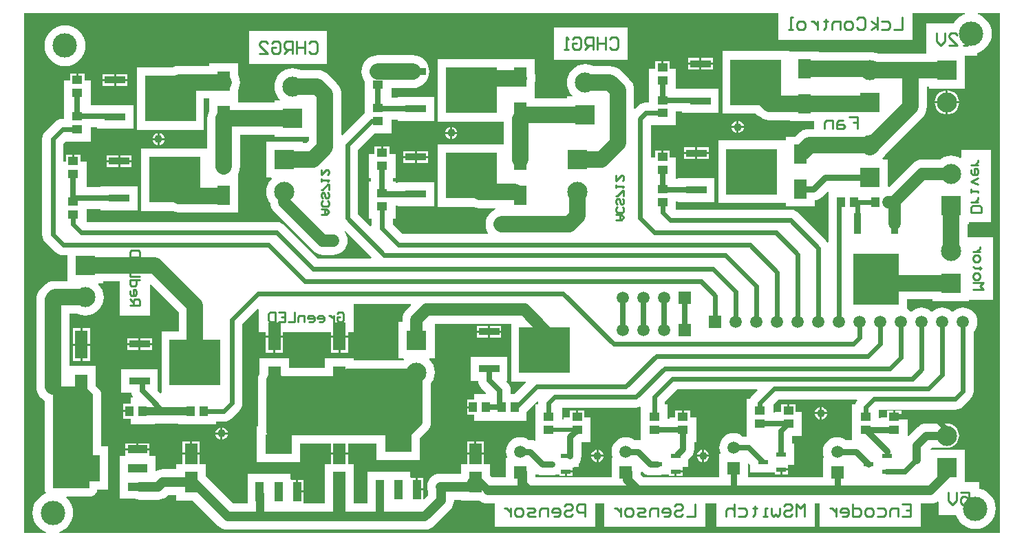
<source format=gtl>
G04*
G04 #@! TF.GenerationSoftware,Altium Limited,Altium Designer,18.0.9 (584)*
G04*
G04 Layer_Physical_Order=1*
G04 Layer_Color=255*
%FSLAX25Y25*%
%MOIN*%
G70*
G01*
G75*
%ADD15C,0.01000*%
%ADD16R,0.04528X0.02362*%
%ADD17R,0.12992X0.09449*%
%ADD18R,0.03937X0.09449*%
%ADD19R,0.05118X0.03937*%
%ADD20R,0.06142X0.09173*%
%ADD21R,0.06299X0.13780*%
%ADD22R,0.06299X0.09843*%
%ADD23R,0.09921X0.03701*%
%ADD24R,0.24528X0.22323*%
%ADD25R,0.03937X0.05118*%
%ADD26R,0.03701X0.09921*%
%ADD27R,0.22323X0.24528*%
%ADD28R,0.09449X0.03937*%
%ADD29R,0.09449X0.12992*%
%ADD51C,0.02362*%
%ADD52C,0.03150*%
%ADD53C,0.07874*%
%ADD54C,0.04724*%
%ADD55C,0.03937*%
%ADD56C,0.02756*%
%ADD57C,0.05906*%
%ADD58C,0.01968*%
%ADD59R,0.09744X0.09744*%
%ADD60C,0.09744*%
%ADD61C,0.05906*%
%ADD62R,0.05906X0.05906*%
%ADD63R,0.05906X0.05906*%
%ADD64C,0.11811*%
%ADD65C,0.03937*%
G36*
X0Y0D02*
X10597D01*
X10671Y500D01*
X9995Y705D01*
X8285Y1619D01*
X6786Y2849D01*
X5556Y4348D01*
X4642Y6058D01*
X4079Y7913D01*
X3889Y9843D01*
X4079Y11772D01*
X4642Y13627D01*
X5556Y15337D01*
X6786Y16836D01*
X8285Y18066D01*
X9995Y18980D01*
X10283Y19067D01*
X10436Y19543D01*
X10341Y19668D01*
X9944Y20626D01*
X9809Y21654D01*
X9809Y64060D01*
X9384Y64288D01*
X8185Y65271D01*
X7201Y66470D01*
X6470Y67838D01*
X6019Y69323D01*
X5867Y70866D01*
Y113189D01*
X6019Y114733D01*
X6470Y116217D01*
X7201Y117585D01*
X8185Y118784D01*
X9248Y119847D01*
X10447Y120831D01*
X11815Y121562D01*
X13299Y122012D01*
X14842Y122164D01*
X20719D01*
Y134601D01*
X18701D01*
X18701Y134601D01*
X17365Y134777D01*
X16120Y135293D01*
X15051Y136114D01*
X10129Y141035D01*
X10129Y141035D01*
X9309Y142104D01*
X8793Y143349D01*
X8617Y144685D01*
X8617Y144685D01*
Y190945D01*
X8793Y192281D01*
X9309Y193526D01*
X10129Y194595D01*
X10129Y194595D01*
X14854Y199320D01*
X15923Y200140D01*
X17168Y200656D01*
X18504Y200832D01*
X18504Y200832D01*
X19094D01*
Y207480D01*
X19094D01*
Y219291D01*
X22031D01*
Y222654D01*
X25091D01*
Y219685D01*
X26090D01*
Y222654D01*
X29150D01*
Y219291D01*
X32087D01*
Y207874D01*
X32087D01*
Y207329D01*
X35039D01*
Y207441D01*
X52835D01*
Y195866D01*
X35039D01*
Y196608D01*
X32087D01*
Y189764D01*
X19899D01*
X18942Y188807D01*
Y179921D01*
X20063D01*
Y183283D01*
X23122D01*
Y180315D01*
X24122D01*
Y183283D01*
X27181D01*
Y179921D01*
X30118D01*
Y168110D01*
X30118D01*
X30200Y167644D01*
X37008D01*
Y168071D01*
X54803D01*
Y156496D01*
X37008D01*
Y156923D01*
X30118D01*
Y154724D01*
Y150832D01*
X122047D01*
X122047Y150832D01*
X123383Y150656D01*
X124628Y150140D01*
X125698Y149320D01*
X125698Y149320D01*
X141902Y133115D01*
X167986D01*
X168178Y133577D01*
X155247Y146507D01*
X154876Y146171D01*
X155363Y145579D01*
X156002Y144382D01*
X156396Y143083D01*
X156529Y141732D01*
X156396Y140382D01*
X156002Y139083D01*
X155363Y137886D01*
X154502Y136837D01*
X153453Y135976D01*
X152256Y135336D01*
X150957Y134942D01*
X149606Y134809D01*
X144685D01*
X143334Y134942D01*
X142036Y135336D01*
X140839Y135976D01*
X139790Y136837D01*
X121089Y155538D01*
X120228Y156587D01*
X119588Y157784D01*
X119194Y159082D01*
X119112Y159922D01*
X118624Y160515D01*
X117806Y162046D01*
X117303Y163706D01*
X117133Y165433D01*
X117303Y167160D01*
X117806Y168820D01*
X118624Y170351D01*
X119725Y171692D01*
X119788Y171744D01*
X119620Y172215D01*
X117175D01*
Y189833D01*
X134793D01*
Y189014D01*
X136486D01*
X137757Y190285D01*
Y192057D01*
X121112D01*
Y192954D01*
X104369D01*
Y177717D01*
X104217Y176173D01*
X103767Y174689D01*
X103465Y174124D01*
Y172146D01*
Y155295D01*
X89449D01*
Y155474D01*
X74803D01*
X73260Y155626D01*
X71775Y156076D01*
X71615Y156161D01*
X56555D01*
Y186358D01*
X88545D01*
Y200787D01*
X88697Y202331D01*
X89147Y203815D01*
X89449Y204380D01*
Y210592D01*
X86988D01*
Y195531D01*
X54587D01*
Y225728D01*
X71615D01*
X71775Y225814D01*
X73260Y226264D01*
X74803Y226416D01*
X89449D01*
Y227579D01*
X103464D01*
Y222097D01*
X103767Y221532D01*
X104217Y220047D01*
X104369Y218504D01*
X104217Y216960D01*
X103767Y215476D01*
X103464Y214911D01*
Y210531D01*
Y208778D01*
X121112D01*
Y209675D01*
X123557D01*
X123725Y210146D01*
X123662Y210198D01*
X122561Y211539D01*
X121743Y213069D01*
X121240Y214730D01*
X121070Y216457D01*
X121240Y218184D01*
X121743Y219844D01*
X122561Y221374D01*
X123662Y222716D01*
X125004Y223817D01*
X126534Y224635D01*
X128194Y225138D01*
X129921Y225308D01*
X131648Y225138D01*
X133309Y224635D01*
X133806Y224369D01*
X141811D01*
X143355Y224217D01*
X144839Y223766D01*
X146207Y223035D01*
X147406Y222051D01*
X151264Y218193D01*
X152248Y216994D01*
X152979Y215626D01*
X153429Y214142D01*
X153581Y212598D01*
Y193031D01*
X154043Y192840D01*
X164460Y203257D01*
X164764Y203490D01*
Y205512D01*
Y211417D01*
Y219126D01*
X164681Y219226D01*
X163950Y220594D01*
X163500Y222078D01*
X163348Y223622D01*
X163500Y225166D01*
X163950Y226650D01*
X164681Y228018D01*
X165665Y229217D01*
X166864Y230201D01*
X168232Y230932D01*
X169716Y231382D01*
X171260Y231534D01*
X188189D01*
X189733Y231382D01*
X191217Y230932D01*
X192585Y230201D01*
X193784Y229217D01*
X194768Y228018D01*
X195499Y226650D01*
X195949Y225166D01*
X196101Y223622D01*
X195949Y222078D01*
X195567Y220819D01*
Y220693D01*
X195529D01*
X195499Y220594D01*
X194768Y219226D01*
X193784Y218027D01*
X192585Y217043D01*
X191217Y216312D01*
X189733Y215862D01*
X188189Y215710D01*
X177756D01*
Y210951D01*
X180709D01*
Y211378D01*
X198504D01*
Y199803D01*
X180709D01*
Y200230D01*
X177756D01*
Y193701D01*
X169505D01*
X161658Y185854D01*
Y154697D01*
X167604Y148751D01*
X168066Y148943D01*
Y152362D01*
X166732D01*
Y158661D01*
Y170472D01*
X167868D01*
Y172047D01*
X166732D01*
Y183858D01*
X169669D01*
Y187221D01*
X172728D01*
Y184252D01*
X173728D01*
Y187221D01*
X176787D01*
Y183858D01*
X179724D01*
Y172047D01*
X178589D01*
Y170472D01*
X179724D01*
Y169811D01*
X180709D01*
Y170039D01*
X198504D01*
Y158465D01*
X180709D01*
Y158693D01*
X179724D01*
Y152362D01*
X178391D01*
Y149776D01*
X183241Y144926D01*
X224339D01*
X224605Y145426D01*
X223989Y146579D01*
X223539Y148063D01*
X223387Y149606D01*
X223539Y151150D01*
X223989Y152634D01*
X224721Y154002D01*
X225705Y155201D01*
X226904Y156185D01*
X228271Y156916D01*
X228357Y156942D01*
X228283Y157442D01*
X220472D01*
X218929Y157594D01*
X217445Y158045D01*
X217285Y158130D01*
X200256D01*
Y188327D01*
X232245D01*
Y199469D01*
X200256D01*
Y229665D01*
X232658D01*
Y229566D01*
X233150Y229547D01*
Y229547D01*
X247165D01*
Y222679D01*
X247366Y222016D01*
X247518Y220472D01*
X247366Y218929D01*
X247165Y218266D01*
Y212500D01*
Y210668D01*
X262844D01*
Y211644D01*
X265289D01*
X265457Y212115D01*
X265394Y212166D01*
X264294Y213508D01*
X263476Y215038D01*
X262972Y216698D01*
X262802Y218425D01*
X262972Y220152D01*
X263476Y221813D01*
X264294Y223343D01*
X265394Y224684D01*
X266736Y225785D01*
X268266Y226603D01*
X269927Y227107D01*
X271654Y227277D01*
X273380Y227107D01*
X275041Y226603D01*
X275538Y226337D01*
X283543D01*
X285087Y226185D01*
X286571Y225735D01*
X287939Y225004D01*
X289138Y224020D01*
X292996Y220162D01*
X293980Y218963D01*
X294711Y217595D01*
X295162Y216110D01*
X295314Y214567D01*
Y205827D01*
X295776Y205635D01*
X297334Y207194D01*
X298403Y208014D01*
X299648Y208530D01*
X300984Y208706D01*
X300984Y208706D01*
X302559D01*
Y213386D01*
Y225197D01*
X305496D01*
Y228559D01*
X308555D01*
Y225590D01*
X309555D01*
Y228559D01*
X312614D01*
Y225197D01*
X315551D01*
Y215203D01*
X318504D01*
Y215315D01*
X336299D01*
Y203740D01*
X318504D01*
Y204482D01*
X315551D01*
Y197638D01*
X303391D01*
Y181890D01*
X305496D01*
Y185252D01*
X308555D01*
Y182283D01*
X309555D01*
Y185252D01*
X312614D01*
Y181890D01*
X315551D01*
Y172441D01*
Y171581D01*
X316535D01*
Y172008D01*
X334331D01*
Y160433D01*
X316535D01*
Y160860D01*
X315551D01*
Y156737D01*
X371063Y156737D01*
X371063Y156737D01*
X372399Y156561D01*
X373644Y156045D01*
X374713Y155225D01*
X374713Y155225D01*
X388296Y141642D01*
X388983Y140746D01*
X389483Y140916D01*
Y159606D01*
X389567Y160241D01*
Y165500D01*
X389105Y165692D01*
X386254Y162841D01*
X385103Y161957D01*
X383762Y161402D01*
X382992Y161300D01*
Y158248D01*
X368976D01*
Y160079D01*
X368484Y160098D01*
X368476Y160098D01*
X358388D01*
X358189Y160072D01*
X357990Y160098D01*
X336083D01*
Y190295D01*
X368476D01*
X368484Y190295D01*
X368976Y190314D01*
Y192146D01*
X373318D01*
X374681Y193508D01*
X375880Y194492D01*
X377248Y195223D01*
X378732Y195674D01*
X380276Y195826D01*
X382611D01*
Y199587D01*
X370945D01*
Y200198D01*
X360787D01*
X359244Y200350D01*
X357760Y200800D01*
X356392Y201532D01*
X355193Y202516D01*
X354303Y203405D01*
X338051D01*
Y233602D01*
X370453D01*
Y233503D01*
X370945Y233484D01*
Y233484D01*
X384961D01*
Y232873D01*
X407262D01*
X407722Y233012D01*
X409449Y233182D01*
X411176Y233012D01*
X412006Y232761D01*
X412410Y232721D01*
X413894Y232271D01*
X413946Y232243D01*
X428334D01*
X429134Y232322D01*
X429933Y232243D01*
X436761D01*
Y247155D01*
X450189D01*
X450438Y247621D01*
X451668Y249119D01*
X453167Y250349D01*
X454877Y251263D01*
X455553Y251468D01*
X455479Y251969D01*
X430134D01*
Y239158D01*
X365278D01*
Y251969D01*
X0D01*
Y0D01*
D02*
G37*
G36*
X461770Y251468D02*
X462446Y251263D01*
X464156Y250349D01*
X465655Y249119D01*
X466885Y247621D01*
X467799Y245911D01*
X468362Y244056D01*
X468552Y242126D01*
X468362Y240196D01*
X467799Y238341D01*
X466885Y236631D01*
X465655Y235133D01*
X464156Y233903D01*
X462446Y232989D01*
X461630Y232741D01*
Y231283D01*
X455659D01*
Y215522D01*
X438041D01*
Y216419D01*
X437046D01*
Y206693D01*
X436894Y205149D01*
X436444Y203665D01*
X435712Y202297D01*
X434729Y201098D01*
X417019Y183388D01*
X416809Y182996D01*
X415708Y181654D01*
X415645Y181603D01*
X415813Y181132D01*
X418258D01*
Y167929D01*
X418758Y167722D01*
X430065Y179029D01*
X431114Y179890D01*
X432311Y180530D01*
X433610Y180924D01*
X434961Y181057D01*
X443369D01*
X443901Y181494D01*
X445432Y182312D01*
X447092Y182816D01*
X448819Y182985D01*
X450546Y182816D01*
X452206Y182312D01*
X453296Y181729D01*
X453724Y181987D01*
Y185637D01*
X468321D01*
Y150575D01*
X457628D01*
Y149734D01*
X456731D01*
Y143513D01*
X469306D01*
Y113173D01*
X457628D01*
Y112333D01*
X440010D01*
Y113230D01*
X427500D01*
Y108649D01*
X428492Y108119D01*
X429280Y107472D01*
X429646Y107305D01*
X430012Y107472D01*
X430799Y108119D01*
X431996Y108758D01*
X433295Y109152D01*
X434646Y109285D01*
X435996Y109152D01*
X437295Y108758D01*
X438492Y108119D01*
X439280Y107472D01*
X439646Y107305D01*
X440012Y107472D01*
X440799Y108119D01*
X441996Y108758D01*
X443295Y109152D01*
X444646Y109285D01*
X445996Y109152D01*
X447295Y108758D01*
X448492Y108119D01*
X449280Y107472D01*
X449646Y107305D01*
X450012Y107472D01*
X450799Y108119D01*
X451996Y108758D01*
X453295Y109152D01*
X454646Y109285D01*
X455996Y109152D01*
X457295Y108758D01*
X458492Y108119D01*
X459541Y107258D01*
X460402Y106209D01*
X461042Y105012D01*
X461436Y103713D01*
X461569Y102362D01*
X461436Y101012D01*
X461042Y99713D01*
X460402Y98516D01*
X459808Y97792D01*
Y68819D01*
X459808Y68819D01*
X459632Y67483D01*
X459116Y66238D01*
X458296Y65169D01*
X454438Y61310D01*
X454438Y61310D01*
X453369Y60490D01*
X452123Y59974D01*
X450787Y59798D01*
X450787Y59798D01*
X413976D01*
Y55559D01*
X414764D01*
Y55905D01*
X417701D01*
Y59268D01*
X420760D01*
Y56299D01*
X421760D01*
Y59268D01*
X424819D01*
Y55905D01*
X427756D01*
Y47091D01*
X428256Y46884D01*
X432733Y51361D01*
X433632Y52099D01*
X434658Y52648D01*
X435772Y52985D01*
X436929Y53099D01*
X446850D01*
X448008Y52985D01*
X449121Y52648D01*
X450147Y52099D01*
X451046Y51361D01*
X451784Y50462D01*
X452333Y49436D01*
X452670Y48323D01*
X452784Y47165D01*
X452670Y46008D01*
X452333Y44894D01*
X451784Y43869D01*
X451046Y42969D01*
X450147Y42231D01*
X449121Y41683D01*
X448008Y41345D01*
X446850Y41231D01*
X439387D01*
X439002Y40846D01*
X439193Y40384D01*
X455659D01*
Y24715D01*
X462614D01*
Y21495D01*
X464415Y20948D01*
X466125Y20034D01*
X467623Y18804D01*
X468853Y17306D01*
X469767Y15596D01*
X470330Y13740D01*
X470520Y11811D01*
X470330Y9882D01*
X469767Y8026D01*
X468853Y6316D01*
X467623Y4818D01*
X466125Y3588D01*
X464415Y2674D01*
X462559Y2111D01*
X460630Y1921D01*
X458701Y2111D01*
X456845Y2674D01*
X455135Y3588D01*
X453637Y4818D01*
X452407Y6316D01*
X451493Y8026D01*
X451245Y8843D01*
X442743D01*
Y14983D01*
X442243Y15273D01*
X441399Y14821D01*
X440211Y14461D01*
X438976Y14340D01*
X434071D01*
Y2937D01*
X385209D01*
Y14340D01*
X382890D01*
Y2937D01*
X335028D01*
Y14340D01*
X329740D01*
Y2937D01*
X280879D01*
Y14340D01*
X276590D01*
Y2937D01*
X227729D01*
Y14340D01*
X224410D01*
X223175Y14461D01*
X221987Y14821D01*
X220893Y15406D01*
X220477Y15748D01*
X211417D01*
Y16111D01*
X208101D01*
Y15748D01*
X207980Y14513D01*
X207620Y13326D01*
X207035Y12231D01*
X206247Y11272D01*
X198373Y3398D01*
X197414Y2611D01*
X196320Y2026D01*
X195133Y1666D01*
X193898Y1544D01*
X98425D01*
X97190Y1666D01*
X96003Y2026D01*
X94909Y2611D01*
X93949Y3398D01*
X81600Y15748D01*
X73622D01*
Y18277D01*
X69551D01*
X69239Y17965D01*
X68280Y17178D01*
X67186Y16593D01*
X65999Y16233D01*
X64764Y16111D01*
X55709D01*
X54474Y16233D01*
X53476Y16535D01*
X46063D01*
Y25591D01*
Y37402D01*
X48575D01*
X49000Y37583D01*
X49000Y37902D01*
Y40051D01*
X54724D01*
X60449D01*
Y37902D01*
X60449Y37583D01*
X60874Y37402D01*
X63386D01*
Y30422D01*
X63886Y30122D01*
X64507Y30454D01*
X65694Y30814D01*
X66929Y30936D01*
X73622D01*
Y33465D01*
X76559D01*
Y37886D01*
X80709D01*
X84858D01*
Y33465D01*
X87795D01*
Y27455D01*
X101047Y14204D01*
X108071D01*
Y28740D01*
X128937D01*
Y26228D01*
X129118Y25803D01*
X129437Y25803D01*
X131587D01*
Y20079D01*
X132087D01*
Y19579D01*
X135055D01*
Y14704D01*
X135055Y14354D01*
X135493Y14204D01*
X145636D01*
Y15748D01*
X145472D01*
Y33465D01*
X148409D01*
Y37886D01*
X152559D01*
X156709D01*
Y33465D01*
X159646D01*
Y15748D01*
X159482D01*
Y14204D01*
X166113D01*
Y21063D01*
X166142Y21353D01*
Y29724D01*
X187008D01*
Y27212D01*
X187189Y26787D01*
X189657D01*
Y21063D01*
X190157D01*
Y20563D01*
X193126D01*
Y16707D01*
X193588Y16516D01*
X195442Y18370D01*
Y20309D01*
X195170Y21206D01*
X195048Y22441D01*
X195170Y23676D01*
X195530Y24863D01*
X196115Y25958D01*
X196902Y26917D01*
X197861Y27704D01*
X198956Y28289D01*
X200143Y28649D01*
X201378Y28771D01*
X211417D01*
Y33465D01*
X214354D01*
Y37886D01*
X218504D01*
X222654D01*
Y33465D01*
X225590D01*
Y27880D01*
X226472Y26999D01*
X233268D01*
Y36417D01*
X233521D01*
X233744Y36789D01*
X233750Y36917D01*
X233367Y38177D01*
X233234Y39528D01*
X233367Y40878D01*
X233761Y42177D01*
X234401Y43374D01*
X235262Y44423D01*
X236311Y45284D01*
X237508Y45924D01*
X238807Y46318D01*
X240158Y46451D01*
X241508Y46318D01*
X242807Y45924D01*
X244004Y45284D01*
X244244Y45087D01*
X244921D01*
X246360Y44897D01*
X247025Y44622D01*
X247441Y44900D01*
Y50394D01*
Y62205D01*
X248775D01*
Y62992D01*
X248775Y62992D01*
X248867Y63694D01*
X248394Y63928D01*
X243307Y58841D01*
Y54528D01*
X217717D01*
Y57465D01*
X214354D01*
Y60524D01*
X217323D01*
Y61524D01*
X214354D01*
Y64583D01*
X217717D01*
Y67520D01*
X223458D01*
X223650Y67982D01*
X221249Y70383D01*
X220397Y71493D01*
X219861Y72786D01*
X219725Y73819D01*
X216142D01*
Y85394D01*
X233937D01*
Y73819D01*
X233628D01*
X233437Y73357D01*
X234106Y72688D01*
X234958Y71578D01*
X235493Y70285D01*
X235676Y68898D01*
Y67520D01*
X237385D01*
X242887Y73022D01*
X242696Y73484D01*
X235689D01*
Y101345D01*
X198770D01*
Y84616D01*
X196325D01*
X196157Y84145D01*
X196220Y84094D01*
X197320Y82752D01*
X198138Y81222D01*
X198642Y79562D01*
X198812Y77835D01*
X198642Y76108D01*
X198138Y74447D01*
X197320Y72917D01*
X196879Y72379D01*
Y53740D01*
X196765Y52583D01*
X196427Y51469D01*
X195879Y50443D01*
X195141Y49544D01*
X191535Y45939D01*
Y35236D01*
X170669D01*
Y43273D01*
X156709D01*
Y38886D01*
X152559D01*
X148409D01*
Y43273D01*
X133465D01*
Y34252D01*
X112598D01*
Y51575D01*
X113151D01*
Y74016D01*
X113303Y75559D01*
X113753Y77044D01*
X113976Y77461D01*
Y84842D01*
X128150D01*
Y79950D01*
X145473D01*
Y84842D01*
X159646D01*
Y83769D01*
X183435D01*
X183702Y84094D01*
X183765Y84145D01*
X183596Y84616D01*
X181152D01*
Y102234D01*
X183037D01*
Y103347D01*
X183170Y104697D01*
X183564Y105996D01*
X184204Y107193D01*
X185065Y108242D01*
X187341Y110518D01*
X187150Y110979D01*
X159465D01*
Y97425D01*
X156709D01*
Y95776D01*
X152559D01*
X148409D01*
Y97425D01*
X125213D01*
Y95776D01*
X121063D01*
X116913D01*
Y97425D01*
X113382D01*
Y108381D01*
X112920Y108572D01*
X105556Y101208D01*
Y62992D01*
X105556Y62992D01*
X105380Y61656D01*
X104864Y60411D01*
X104044Y59342D01*
X100107Y55405D01*
X100107Y55405D01*
X99038Y54584D01*
X97793Y54069D01*
X96457Y53893D01*
X96457Y53893D01*
X92716D01*
Y52559D01*
X74606D01*
Y53121D01*
X63189D01*
Y52559D01*
X51378D01*
Y55496D01*
X48016D01*
Y58555D01*
X50984D01*
Y59555D01*
X48016D01*
Y62614D01*
X51378D01*
Y65551D01*
X52390D01*
X52611Y66000D01*
X52444Y66217D01*
X52222Y66753D01*
X51908Y67510D01*
X51855Y67913D01*
X46850D01*
Y79488D01*
X64646D01*
Y68920D01*
X64814Y68751D01*
X64814Y68751D01*
X65898Y67668D01*
X66398Y67875D01*
Y97776D01*
X74765D01*
Y106959D01*
X61303Y120421D01*
X60841Y120230D01*
Y105299D01*
X46244D01*
Y121930D01*
X38337D01*
Y121034D01*
X35892D01*
X35724Y120563D01*
X35787Y120511D01*
X36887Y119170D01*
X37705Y117639D01*
X38209Y115979D01*
X38379Y114252D01*
X38209Y112525D01*
X37705Y110865D01*
X36887Y109334D01*
X35787Y107993D01*
X34445Y106892D01*
X32915Y106074D01*
X31254Y105570D01*
X29528Y105400D01*
X27801Y105570D01*
X26140Y106074D01*
X25643Y106340D01*
X21692D01*
Y80905D01*
X34646D01*
Y71361D01*
X35680Y70326D01*
X36532Y69216D01*
X37068Y67923D01*
X37251Y66535D01*
Y41929D01*
X40551D01*
Y21063D01*
X35351D01*
X35294Y20626D01*
X35287Y20608D01*
X35284Y20589D01*
X35088Y20130D01*
X34897Y19668D01*
X34885Y19653D01*
X34878Y19635D01*
X34570Y19242D01*
X34266Y18846D01*
X34251Y18834D01*
X34239Y18819D01*
X33840Y18519D01*
X33444Y18215D01*
X33426Y18207D01*
X33411Y18196D01*
X32948Y18009D01*
X32486Y17818D01*
X32467Y17815D01*
X32449Y17808D01*
X31953Y17748D01*
X31458Y17683D01*
X20483D01*
X20315Y17212D01*
X20773Y16836D01*
X22003Y15337D01*
X22917Y13627D01*
X23480Y11772D01*
X23670Y9843D01*
X23480Y7913D01*
X22917Y6058D01*
X22003Y4348D01*
X20773Y2849D01*
X19274Y1619D01*
X17564Y705D01*
X16888Y500D01*
X16962Y0D01*
X472441D01*
Y251969D01*
X461844D01*
X461770Y251468D01*
D02*
G37*
G36*
X362795Y62188D02*
Y58314D01*
X363583D01*
Y58858D01*
X366520D01*
Y62221D01*
X369579D01*
Y59252D01*
X370579D01*
Y62221D01*
X373638D01*
Y58858D01*
X376575D01*
Y47047D01*
X371995D01*
Y43307D01*
X372835D01*
Y33071D01*
X370323D01*
X369898Y32890D01*
Y31209D01*
X366634D01*
Y30709D01*
X366134D01*
Y28528D01*
X363370D01*
Y29331D01*
X351575D01*
Y33068D01*
X350856Y33787D01*
X350394Y33596D01*
Y26999D01*
X386811D01*
Y36417D01*
X387065D01*
X387287Y36789D01*
X387293Y36917D01*
X386911Y38177D01*
X386778Y39528D01*
X386911Y40878D01*
X387305Y42177D01*
X387944Y43374D01*
X388805Y44423D01*
X389855Y45284D01*
X391051Y45924D01*
X392350Y46318D01*
X393701Y46451D01*
X395051Y46318D01*
X396350Y45924D01*
X397547Y45284D01*
X397787Y45087D01*
X400984D01*
Y50394D01*
Y62205D01*
X402473D01*
X402494Y62360D01*
X403010Y63605D01*
X403481Y64220D01*
X403235Y64720D01*
X365327D01*
X362795Y62188D01*
D02*
G37*
G36*
X310280Y63807D02*
Y62205D01*
X311614D01*
Y55361D01*
X312402D01*
Y55905D01*
X315339D01*
Y59268D01*
X318398D01*
Y56299D01*
X319398D01*
Y59268D01*
X322457D01*
Y55905D01*
X325394D01*
Y44094D01*
X324457D01*
Y40650D01*
X324268Y39211D01*
X323712Y37870D01*
X322829Y36718D01*
X321654Y35543D01*
Y32087D01*
X319142D01*
X318717Y31905D01*
Y30224D01*
X315453D01*
Y29724D01*
X314953D01*
Y27543D01*
X312189D01*
Y28346D01*
X308641D01*
X308033Y28095D01*
X306594Y27905D01*
X303150D01*
X301711Y28095D01*
X301103Y28346D01*
X300394D01*
Y28640D01*
X300370Y28650D01*
X299219Y29533D01*
X299102Y29650D01*
X298653Y29392D01*
Y28212D01*
X299866Y26999D01*
X336614D01*
Y38386D01*
X336868D01*
X337090Y38757D01*
X337096Y38886D01*
X336714Y40145D01*
X336581Y41496D01*
X336714Y42847D01*
X337108Y44145D01*
X337748Y45342D01*
X338609Y46391D01*
X339658Y47252D01*
X340855Y47892D01*
X342153Y48286D01*
X343504Y48419D01*
X344855Y48286D01*
X346153Y47892D01*
X347350Y47252D01*
X347832Y46857D01*
X349382D01*
X349803Y47047D01*
Y53347D01*
Y65158D01*
X351656D01*
X351829Y65573D01*
X352649Y66642D01*
X352649Y66642D01*
X355186Y69179D01*
X354994Y69641D01*
X316115D01*
X310280Y63807D01*
D02*
G37*
G36*
X297596Y60958D02*
X296260Y60783D01*
X296260Y60783D01*
X260433D01*
Y54964D01*
X261221D01*
Y55905D01*
X264158D01*
Y59268D01*
X267217D01*
Y56299D01*
X268217D01*
Y59268D01*
X271276D01*
Y55905D01*
X274213D01*
Y44094D01*
X269831D01*
Y37205D01*
X269642Y35766D01*
X269086Y34425D01*
X268504Y33666D01*
Y32087D01*
X266318D01*
X265710Y31835D01*
X265567Y31816D01*
Y30224D01*
X262303D01*
Y29724D01*
X261803D01*
Y27543D01*
X259039D01*
Y28346D01*
X257460D01*
X256852Y28095D01*
X255413Y27905D01*
X250984D01*
X249545Y28095D01*
X248937Y28346D01*
X247471D01*
Y26999D01*
X284449D01*
Y36417D01*
X284702D01*
X284925Y36789D01*
X284931Y36917D01*
X284548Y38177D01*
X284416Y39528D01*
X284548Y40878D01*
X284943Y42177D01*
X285582Y43374D01*
X286443Y44423D01*
X287492Y45284D01*
X288689Y45924D01*
X289988Y46318D01*
X291339Y46451D01*
X292689Y46318D01*
X293988Y45924D01*
X295185Y45284D01*
X295425Y45087D01*
X297087D01*
X298122Y44951D01*
X298622Y45375D01*
Y50394D01*
Y60934D01*
X298206Y61211D01*
X297596Y60958D01*
D02*
G37*
G36*
X148819Y74016D02*
X121063D01*
X123031Y47244D01*
X184055D01*
X190945Y54134D01*
Y76850D01*
X153465D01*
X152559Y77756D01*
X148819Y74016D01*
D02*
G37*
G36*
X13780Y21654D02*
X31458D01*
X31890Y66535D01*
X27559Y70866D01*
X13780D01*
X13780Y21654D01*
D02*
G37*
%LPC*%
G36*
X256473Y245187D02*
X292339D01*
Y229315D01*
X256473D01*
Y245187D01*
D02*
G37*
G36*
X321441Y230331D02*
X326902D01*
Y227980D01*
X321441D01*
Y230331D01*
D02*
G37*
G36*
X327902D02*
X333362D01*
Y227980D01*
X327902D01*
Y230331D01*
D02*
G37*
G36*
X108804Y243218D02*
X146669D01*
Y227346D01*
X108804D01*
Y243218D01*
D02*
G37*
G36*
X19685Y246111D02*
X21614Y245921D01*
X23470Y245358D01*
X25180Y244444D01*
X26678Y243214D01*
X27908Y241715D01*
X28822Y240005D01*
X29385Y238150D01*
X29575Y236221D01*
X29385Y234291D01*
X28822Y232436D01*
X27908Y230726D01*
X26678Y229227D01*
X25180Y227997D01*
X23470Y227083D01*
X21614Y226520D01*
X19685Y226330D01*
X17756Y226520D01*
X15900Y227083D01*
X14190Y227997D01*
X12692Y229227D01*
X11462Y230726D01*
X10548Y232436D01*
X9985Y234291D01*
X9795Y236221D01*
X9985Y238150D01*
X10548Y240005D01*
X11462Y241715D01*
X12692Y243214D01*
X14190Y244444D01*
X15900Y245358D01*
X17756Y245921D01*
X19685Y246111D01*
D02*
G37*
G36*
X321441Y226980D02*
X326902D01*
Y224630D01*
X321441D01*
Y226980D01*
D02*
G37*
G36*
X327902D02*
X333362D01*
Y224630D01*
X327902D01*
Y226980D01*
D02*
G37*
G36*
X37976Y222457D02*
X43437D01*
Y220106D01*
X37976D01*
Y222457D01*
D02*
G37*
G36*
X44437D02*
X49898D01*
Y220106D01*
X44437D01*
Y222457D01*
D02*
G37*
G36*
X37976Y219106D02*
X43437D01*
Y216756D01*
X37976D01*
Y219106D01*
D02*
G37*
G36*
X44437D02*
X49898D01*
Y216756D01*
X44437D01*
Y219106D01*
D02*
G37*
G36*
X344972Y199779D02*
Y197350D01*
X342544D01*
X342580Y197625D01*
X342879Y198347D01*
X343355Y198968D01*
X343975Y199443D01*
X344697Y199742D01*
X344972Y199779D01*
D02*
G37*
G36*
X345972D02*
X346247Y199742D01*
X346970Y199443D01*
X347590Y198968D01*
X348065Y198347D01*
X348364Y197625D01*
X348401Y197350D01*
X345972D01*
Y199779D01*
D02*
G37*
G36*
X206193Y196826D02*
Y194398D01*
X203765D01*
X203801Y194673D01*
X204100Y195395D01*
X204576Y196015D01*
X205196Y196491D01*
X205918Y196790D01*
X206193Y196826D01*
D02*
G37*
G36*
X207193D02*
X207468Y196790D01*
X208190Y196491D01*
X208810Y196015D01*
X209286Y195395D01*
X209585Y194673D01*
X209621Y194398D01*
X207193D01*
Y196826D01*
D02*
G37*
G36*
X342544Y196350D02*
X344972D01*
Y193922D01*
X344697Y193958D01*
X343975Y194257D01*
X343355Y194733D01*
X342879Y195353D01*
X342580Y196075D01*
X342544Y196350D01*
D02*
G37*
G36*
X345972D02*
X348401D01*
X348364Y196075D01*
X348065Y195353D01*
X347590Y194733D01*
X346970Y194257D01*
X346247Y193958D01*
X345972Y193922D01*
Y196350D01*
D02*
G37*
G36*
X64461Y193873D02*
Y191445D01*
X62032D01*
X62068Y191720D01*
X62368Y192442D01*
X62844Y193062D01*
X63464Y193538D01*
X64186Y193837D01*
X64461Y193873D01*
D02*
G37*
G36*
X65461D02*
X65736Y193837D01*
X66458Y193538D01*
X67078Y193062D01*
X67554Y192442D01*
X67853Y191720D01*
X67889Y191445D01*
X65461D01*
Y193873D01*
D02*
G37*
G36*
X203765Y193398D02*
X206193D01*
Y190969D01*
X205918Y191006D01*
X205196Y191305D01*
X204576Y191780D01*
X204100Y192401D01*
X203801Y193123D01*
X203765Y193398D01*
D02*
G37*
G36*
X207193D02*
X209621D01*
X209585Y193123D01*
X209286Y192401D01*
X208810Y191780D01*
X208190Y191305D01*
X207468Y191006D01*
X207193Y190969D01*
Y193398D01*
D02*
G37*
G36*
X62032Y190445D02*
X64461D01*
Y188017D01*
X64186Y188053D01*
X63464Y188352D01*
X62844Y188828D01*
X62368Y189448D01*
X62068Y190170D01*
X62032Y190445D01*
D02*
G37*
G36*
X65461D02*
X67889D01*
X67853Y190170D01*
X67554Y189448D01*
X67078Y188828D01*
X66458Y188352D01*
X65736Y188053D01*
X65461Y188017D01*
Y190445D01*
D02*
G37*
G36*
X319472Y187024D02*
X324933D01*
Y184673D01*
X319472D01*
Y187024D01*
D02*
G37*
G36*
X325933D02*
X331394D01*
Y184673D01*
X325933D01*
Y187024D01*
D02*
G37*
G36*
X183646Y185055D02*
X189106D01*
Y182705D01*
X183646D01*
Y185055D01*
D02*
G37*
G36*
X190106D02*
X195567D01*
Y182705D01*
X190106D01*
Y185055D01*
D02*
G37*
G36*
X319472Y183673D02*
X324933D01*
Y181323D01*
X319472D01*
Y183673D01*
D02*
G37*
G36*
X325933D02*
X331394D01*
Y181323D01*
X325933D01*
Y183673D01*
D02*
G37*
G36*
X39945Y183087D02*
X45406D01*
Y180736D01*
X39945D01*
Y183087D01*
D02*
G37*
G36*
X46406D02*
X51866D01*
Y180736D01*
X46406D01*
Y183087D01*
D02*
G37*
G36*
X183646Y181705D02*
X189106D01*
Y179354D01*
X183646D01*
Y181705D01*
D02*
G37*
G36*
X190106D02*
X195567D01*
Y179354D01*
X190106D01*
Y181705D01*
D02*
G37*
G36*
X39945Y179736D02*
X45406D01*
Y177386D01*
X39945D01*
Y179736D01*
D02*
G37*
G36*
X46406D02*
X51866D01*
Y177386D01*
X46406D01*
Y179736D01*
D02*
G37*
G36*
X446350Y214591D02*
Y209240D01*
X440999D01*
X441063Y209891D01*
X441399Y210998D01*
X441944Y212018D01*
X442678Y212912D01*
X443572Y213646D01*
X444592Y214191D01*
X445699Y214527D01*
X446350Y214591D01*
D02*
G37*
G36*
X447350D02*
X448001Y214527D01*
X449108Y214191D01*
X450129Y213646D01*
X451023Y212912D01*
X451756Y212018D01*
X452302Y210998D01*
X452637Y209891D01*
X452702Y209240D01*
X447350D01*
Y214591D01*
D02*
G37*
G36*
Y208240D02*
X452702D01*
X452637Y207589D01*
X452302Y206482D01*
X451756Y205462D01*
X451023Y204568D01*
X450129Y203834D01*
X449108Y203289D01*
X448001Y202953D01*
X447350Y202889D01*
Y208240D01*
D02*
G37*
G36*
X440999D02*
X446350D01*
Y202889D01*
X445699Y202953D01*
X444592Y203289D01*
X443572Y203834D01*
X442678Y204568D01*
X441944Y205462D01*
X441399Y206482D01*
X441063Y207589D01*
X440999Y208240D01*
D02*
G37*
G36*
X219079Y100409D02*
X224539D01*
Y98059D01*
X219079D01*
Y100409D01*
D02*
G37*
G36*
X225539D02*
X231000D01*
Y98059D01*
X225539D01*
Y100409D01*
D02*
G37*
G36*
X219079Y97059D02*
X224539D01*
Y94709D01*
X219079D01*
Y97059D01*
D02*
G37*
G36*
X225539D02*
X231000D01*
Y94709D01*
X225539D01*
Y97059D01*
D02*
G37*
G36*
X49787Y94504D02*
X55248D01*
Y92154D01*
X49787D01*
Y94504D01*
D02*
G37*
G36*
X56248D02*
X61709D01*
Y92154D01*
X56248D01*
Y94504D01*
D02*
G37*
G36*
X23410Y99228D02*
X27059D01*
Y91839D01*
X23410D01*
Y99228D01*
D02*
G37*
G36*
X28059D02*
X31709D01*
Y91839D01*
X28059D01*
Y99228D01*
D02*
G37*
G36*
X49787Y91154D02*
X55248D01*
Y88803D01*
X49787D01*
Y91154D01*
D02*
G37*
G36*
X56248D02*
X61709D01*
Y88803D01*
X56248D01*
Y91154D01*
D02*
G37*
G36*
X116913Y94776D02*
X120563D01*
Y87386D01*
X116913D01*
Y94776D01*
D02*
G37*
G36*
X121563D02*
X125213D01*
Y87386D01*
X121563D01*
Y94776D01*
D02*
G37*
G36*
X148409Y94776D02*
X152059D01*
Y87386D01*
X148409D01*
Y94776D01*
D02*
G37*
G36*
X153059D02*
X156709D01*
Y87386D01*
X153059D01*
Y94776D01*
D02*
G37*
G36*
X23410Y90839D02*
X27059D01*
Y83449D01*
X23410D01*
Y90839D01*
D02*
G37*
G36*
X28059D02*
X31709D01*
Y83449D01*
X28059D01*
Y90839D01*
D02*
G37*
G36*
X94972Y51157D02*
Y48728D01*
X92544D01*
X92580Y49003D01*
X92879Y49725D01*
X93355Y50345D01*
X93975Y50821D01*
X94697Y51120D01*
X94972Y51157D01*
D02*
G37*
G36*
X95972D02*
X96247Y51120D01*
X96969Y50821D01*
X97590Y50345D01*
X98065Y49725D01*
X98365Y49003D01*
X98401Y48728D01*
X95972D01*
Y51157D01*
D02*
G37*
G36*
X92544Y47728D02*
X94972D01*
Y45300D01*
X94697Y45336D01*
X93975Y45635D01*
X93355Y46111D01*
X92879Y46731D01*
X92580Y47453D01*
X92544Y47728D01*
D02*
G37*
G36*
X95972D02*
X98401D01*
X98365Y47453D01*
X98065Y46731D01*
X97590Y46111D01*
X96969Y45635D01*
X96247Y45336D01*
X95972Y45300D01*
Y47728D01*
D02*
G37*
G36*
X49000Y43520D02*
X54224D01*
Y41051D01*
X49000D01*
Y43520D01*
D02*
G37*
G36*
X55224D02*
X60449D01*
Y41051D01*
X55224D01*
Y43520D01*
D02*
G37*
G36*
X76559Y44307D02*
X80209D01*
Y38886D01*
X76559D01*
Y44307D01*
D02*
G37*
G36*
X214354D02*
X218004D01*
Y38886D01*
X214354D01*
Y44307D01*
D02*
G37*
G36*
X81209D02*
X84858D01*
Y38886D01*
X81209D01*
Y44307D01*
D02*
G37*
G36*
X219004D02*
X222654D01*
Y38886D01*
X219004D01*
Y44307D01*
D02*
G37*
G36*
X190657Y26787D02*
X193126D01*
Y21563D01*
X190657D01*
Y26787D01*
D02*
G37*
G36*
X132587Y25803D02*
X135055D01*
Y20579D01*
X132587D01*
Y25803D01*
D02*
G37*
G36*
X385327Y60999D02*
Y58571D01*
X382898D01*
X382935Y58846D01*
X383234Y59568D01*
X383710Y60188D01*
X384330Y60664D01*
X385052Y60963D01*
X385327Y60999D01*
D02*
G37*
G36*
X386327D02*
X386602Y60963D01*
X387324Y60664D01*
X387944Y60188D01*
X388420Y59568D01*
X388719Y58846D01*
X388755Y58571D01*
X386327D01*
Y60999D01*
D02*
G37*
G36*
X382898Y57571D02*
X385327D01*
Y55143D01*
X385052Y55179D01*
X384330Y55478D01*
X383710Y55954D01*
X383234Y56574D01*
X382935Y57296D01*
X382898Y57571D01*
D02*
G37*
G36*
X386327D02*
X388755D01*
X388719Y57296D01*
X388420Y56574D01*
X387944Y55954D01*
X387324Y55478D01*
X386602Y55179D01*
X386327Y55143D01*
Y57571D01*
D02*
G37*
G36*
X367134Y30209D02*
X369898D01*
Y28528D01*
X367134D01*
Y30209D01*
D02*
G37*
G36*
X328240Y40330D02*
Y37902D01*
X325812D01*
X325848Y38177D01*
X326147Y38899D01*
X326623Y39519D01*
X327243Y39995D01*
X327965Y40294D01*
X328240Y40330D01*
D02*
G37*
G36*
X329240D02*
X329515Y40294D01*
X330237Y39995D01*
X330857Y39519D01*
X331333Y38899D01*
X331632Y38177D01*
X331668Y37902D01*
X329240D01*
Y40330D01*
D02*
G37*
G36*
X325812Y36902D02*
X328240D01*
Y34473D01*
X327965Y34510D01*
X327243Y34809D01*
X326623Y35284D01*
X326147Y35904D01*
X325848Y36627D01*
X325812Y36902D01*
D02*
G37*
G36*
X329240D02*
X331668D01*
X331632Y36627D01*
X331333Y35904D01*
X330857Y35284D01*
X330237Y34809D01*
X329515Y34510D01*
X329240Y34473D01*
Y36902D01*
D02*
G37*
G36*
X315953Y29224D02*
X318717D01*
Y27543D01*
X315953D01*
Y29224D01*
D02*
G37*
G36*
X277059Y40330D02*
Y37902D01*
X274631D01*
X274667Y38177D01*
X274966Y38899D01*
X275442Y39519D01*
X276062Y39995D01*
X276784Y40294D01*
X277059Y40330D01*
D02*
G37*
G36*
X278059D02*
X278334Y40294D01*
X279056Y39995D01*
X279676Y39519D01*
X280152Y38899D01*
X280451Y38177D01*
X280487Y37902D01*
X278059D01*
Y40330D01*
D02*
G37*
G36*
X274631Y36902D02*
X277059D01*
Y34473D01*
X276784Y34510D01*
X276062Y34809D01*
X275442Y35284D01*
X274966Y35904D01*
X274667Y36627D01*
X274631Y36902D01*
D02*
G37*
G36*
X278059D02*
X280487D01*
X280451Y36627D01*
X280152Y35904D01*
X279676Y35284D01*
X279056Y34809D01*
X278334Y34510D01*
X278059Y34473D01*
Y36902D01*
D02*
G37*
G36*
X262803Y29224D02*
X265567D01*
Y27543D01*
X262803D01*
Y29224D01*
D02*
G37*
%LPD*%
D15*
X459646Y118110D02*
X464368D01*
X462794Y119685D01*
X464368Y121259D01*
X459646D01*
Y123620D02*
Y125195D01*
X460433Y125982D01*
X462007D01*
X462794Y125195D01*
Y123620D01*
X462007Y122833D01*
X460433D01*
X459646Y123620D01*
X463581Y128343D02*
X462794D01*
Y127556D01*
Y129130D01*
Y128343D01*
X460433D01*
X459646Y129130D01*
Y132279D02*
Y133853D01*
X460433Y134640D01*
X462007D01*
X462794Y133853D01*
Y132279D01*
X462007Y131492D01*
X460433D01*
X459646Y132279D01*
X462794Y136215D02*
X459646D01*
X461220D01*
X462007Y137002D01*
X462794Y137789D01*
Y138576D01*
X463384Y155512D02*
X458661D01*
Y157873D01*
X459449Y158660D01*
X462597D01*
X463384Y157873D01*
Y155512D01*
X461810Y160235D02*
X458661D01*
X460236D01*
X461023Y161022D01*
X461810Y161809D01*
Y162596D01*
X458661Y164958D02*
Y166532D01*
Y165745D01*
X461810D01*
Y164958D01*
Y168893D02*
X458661Y170468D01*
X461810Y172042D01*
X458661Y175978D02*
Y174403D01*
X459449Y173616D01*
X461023D01*
X461810Y174403D01*
Y175978D01*
X461023Y176765D01*
X460236D01*
Y173616D01*
X461810Y178339D02*
X458661D01*
X460236D01*
X461023Y179126D01*
X461810Y179913D01*
Y180701D01*
X453678Y19778D02*
X457677D01*
Y16779D01*
X455678Y17778D01*
X454678D01*
X453678Y16779D01*
Y14779D01*
X454678Y13780D01*
X456677D01*
X457677Y14779D01*
X451679Y19778D02*
Y15779D01*
X449680Y13780D01*
X447680Y15779D01*
Y19778D01*
X456693Y236221D02*
X454694D01*
X455693D01*
Y242218D01*
X456693Y241219D01*
X447696Y236221D02*
X451694D01*
X447696Y240219D01*
Y241219D01*
X448696Y242218D01*
X450695D01*
X451694Y241219D01*
X445696Y242218D02*
Y238220D01*
X443697Y236221D01*
X441698Y238220D01*
Y242218D01*
X143701Y154528D02*
X146325D01*
X147636Y155840D01*
X146325Y157151D01*
X143701D01*
X145669D01*
Y154528D01*
X146981Y161087D02*
X147636Y160431D01*
Y159119D01*
X146981Y158463D01*
X144357D01*
X143701Y159119D01*
Y160431D01*
X144357Y161087D01*
X146981Y165023D02*
X147636Y164367D01*
Y163055D01*
X146981Y162399D01*
X146325D01*
X145669Y163055D01*
Y164367D01*
X145013Y165023D01*
X144357D01*
X143701Y164367D01*
Y163055D01*
X144357Y162399D01*
X147636Y166335D02*
Y168959D01*
X146981D01*
X144357Y166335D01*
X143701D01*
Y170271D02*
Y171582D01*
Y170926D01*
X147636D01*
X146981Y170271D01*
X143701Y176174D02*
Y173550D01*
X146325Y176174D01*
X146981D01*
X147636Y175518D01*
Y174206D01*
X146981Y173550D01*
X137734Y237282D02*
X138733Y238281D01*
X140733D01*
X141732Y237282D01*
Y233283D01*
X140733Y232283D01*
X138733D01*
X137734Y233283D01*
X135734Y238281D02*
Y232283D01*
Y235282D01*
X131736D01*
Y238281D01*
Y232283D01*
X129736D02*
Y238281D01*
X126737D01*
X125737Y237282D01*
Y235282D01*
X126737Y234283D01*
X129736D01*
X127737D02*
X125737Y232283D01*
X119739Y237282D02*
X120739Y238281D01*
X122738D01*
X123738Y237282D01*
Y233283D01*
X122738Y232283D01*
X120739D01*
X119739Y233283D01*
Y235282D01*
X121739D01*
X113741Y232283D02*
X117740D01*
X113741Y236282D01*
Y237282D01*
X114741Y238281D01*
X116740D01*
X117740Y237282D01*
X286417Y151575D02*
X289041D01*
X290353Y152887D01*
X289041Y154199D01*
X286417D01*
X288385D01*
Y151575D01*
X289697Y158134D02*
X290353Y157478D01*
Y156167D01*
X289697Y155510D01*
X287073D01*
X286417Y156167D01*
Y157478D01*
X287073Y158134D01*
X289697Y162070D02*
X290353Y161414D01*
Y160102D01*
X289697Y159446D01*
X289041D01*
X288385Y160102D01*
Y161414D01*
X287729Y162070D01*
X287073D01*
X286417Y161414D01*
Y160102D01*
X287073Y159446D01*
X290353Y163382D02*
Y166006D01*
X289697D01*
X287073Y163382D01*
X286417D01*
Y167318D02*
Y168630D01*
Y167974D01*
X290353D01*
X289697Y167318D01*
X286417Y173221D02*
Y170598D01*
X289041Y173221D01*
X289697D01*
X290353Y172565D01*
Y171254D01*
X289697Y170598D01*
X283403Y239250D02*
X284402Y240250D01*
X286402D01*
X287402Y239250D01*
Y235252D01*
X286402Y234252D01*
X284402D01*
X283403Y235252D01*
X281403Y240250D02*
Y234252D01*
Y237251D01*
X277405D01*
Y240250D01*
Y234252D01*
X275406D02*
Y240250D01*
X272406D01*
X271407Y239250D01*
Y237251D01*
X272406Y236251D01*
X275406D01*
X273406D02*
X271407Y234252D01*
X265409Y239250D02*
X266408Y240250D01*
X268408D01*
X269407Y239250D01*
Y235252D01*
X268408Y234252D01*
X266408D01*
X265409Y235252D01*
Y237251D01*
X267408D01*
X263409Y234252D02*
X261410D01*
X262410D01*
Y240250D01*
X263409Y239250D01*
X399545Y201864D02*
X403543D01*
Y198865D01*
X401544D01*
X403543D01*
Y195866D01*
X396546Y199865D02*
X394546D01*
X393547Y198865D01*
Y195866D01*
X396546D01*
X397545Y196866D01*
X396546Y197865D01*
X393547D01*
X391547Y195866D02*
Y199865D01*
X388548D01*
X387548Y198865D01*
Y195866D01*
X425197Y250093D02*
Y244094D01*
X421198D01*
X415200Y248093D02*
X418199D01*
X419199Y247094D01*
Y245094D01*
X418199Y244094D01*
X415200D01*
X413201D02*
Y250093D01*
Y246094D02*
X410202Y248093D01*
X413201Y246094D02*
X410202Y244094D01*
X403204Y249093D02*
X404204Y250093D01*
X406203D01*
X407203Y249093D01*
Y245094D01*
X406203Y244094D01*
X404204D01*
X403204Y245094D01*
X400205Y244094D02*
X398206D01*
X397206Y245094D01*
Y247094D01*
X398206Y248093D01*
X400205D01*
X401205Y247094D01*
Y245094D01*
X400205Y244094D01*
X395207D02*
Y248093D01*
X392208D01*
X391208Y247094D01*
Y244094D01*
X388209Y249093D02*
Y248093D01*
X389209D01*
X387209D01*
X388209D01*
Y245094D01*
X387209Y244094D01*
X384210Y248093D02*
Y244094D01*
Y246094D01*
X383210Y247094D01*
X382211Y248093D01*
X381211D01*
X377212Y244094D02*
X375213D01*
X374213Y245094D01*
Y247094D01*
X375213Y248093D01*
X377212D01*
X378212Y247094D01*
Y245094D01*
X377212Y244094D01*
X372214D02*
X370215D01*
X371214D01*
Y250093D01*
X372214D01*
X51181Y110236D02*
X55904D01*
Y112598D01*
X55117Y113385D01*
X53543D01*
X52755Y112598D01*
Y110236D01*
Y111811D02*
X51181Y113385D01*
Y117321D02*
Y115746D01*
X51968Y114959D01*
X53543D01*
X54330Y115746D01*
Y117321D01*
X53543Y118108D01*
X52755D01*
Y114959D01*
X55904Y122831D02*
X51181D01*
Y120469D01*
X51968Y119682D01*
X53543D01*
X54330Y120469D01*
Y122831D01*
X55904Y124405D02*
X51181D01*
Y127553D01*
X55904Y132276D02*
Y129128D01*
X51181D01*
Y132276D01*
X53543Y129128D02*
Y130702D01*
X55904Y133851D02*
X51181D01*
Y136212D01*
X51968Y136999D01*
X55117D01*
X55904Y136212D01*
Y133851D01*
X151379Y106298D02*
X152166Y107085D01*
X153740D01*
X154527Y106298D01*
Y103149D01*
X153740Y102362D01*
X152166D01*
X151379Y103149D01*
Y104724D01*
X152953D01*
X149805Y105511D02*
Y102362D01*
Y103937D01*
X149018Y104724D01*
X148230Y105511D01*
X147443D01*
X142720Y102362D02*
X144295D01*
X145082Y103149D01*
Y104724D01*
X144295Y105511D01*
X142720D01*
X141933Y104724D01*
Y103937D01*
X145082D01*
X137997Y102362D02*
X139572D01*
X140359Y103149D01*
Y104724D01*
X139572Y105511D01*
X137997D01*
X137210Y104724D01*
Y103937D01*
X140359D01*
X135636Y102362D02*
Y105511D01*
X133275D01*
X132487Y104724D01*
Y102362D01*
X130913Y107085D02*
Y102362D01*
X127765D01*
X123042Y107085D02*
X126190D01*
Y102362D01*
X123042D01*
X126190Y104724D02*
X124616D01*
X121467Y107085D02*
Y102362D01*
X119106D01*
X118319Y103149D01*
Y106298D01*
X119106Y107085D01*
X121467D01*
X271654Y7874D02*
Y13872D01*
X268654D01*
X267655Y12872D01*
Y10873D01*
X268654Y9873D01*
X271654D01*
X261657Y12872D02*
X262656Y13872D01*
X264656D01*
X265655Y12872D01*
Y11873D01*
X264656Y10873D01*
X262656D01*
X261657Y9873D01*
Y8874D01*
X262656Y7874D01*
X264656D01*
X265655Y8874D01*
X256658Y7874D02*
X258658D01*
X259657Y8874D01*
Y10873D01*
X258658Y11873D01*
X256658D01*
X255659Y10873D01*
Y9873D01*
X259657D01*
X253659Y7874D02*
Y11873D01*
X250660D01*
X249661Y10873D01*
Y7874D01*
X247661D02*
X244662D01*
X243663Y8874D01*
X244662Y9873D01*
X246662D01*
X247661Y10873D01*
X246662Y11873D01*
X243663D01*
X240664Y7874D02*
X238664D01*
X237665Y8874D01*
Y10873D01*
X238664Y11873D01*
X240664D01*
X241663Y10873D01*
Y8874D01*
X240664Y7874D01*
X235665Y11873D02*
Y7874D01*
Y9873D01*
X234665Y10873D01*
X233666Y11873D01*
X232666D01*
X324803Y13872D02*
Y7874D01*
X320804D01*
X314806Y12872D02*
X315806Y13872D01*
X317805D01*
X318805Y12872D01*
Y11873D01*
X317805Y10873D01*
X315806D01*
X314806Y9873D01*
Y8874D01*
X315806Y7874D01*
X317805D01*
X318805Y8874D01*
X309808Y7874D02*
X311807D01*
X312807Y8874D01*
Y10873D01*
X311807Y11873D01*
X309808D01*
X308808Y10873D01*
Y9873D01*
X312807D01*
X306809Y7874D02*
Y11873D01*
X303810D01*
X302810Y10873D01*
Y7874D01*
X300811D02*
X297812D01*
X296812Y8874D01*
X297812Y9873D01*
X299811D01*
X300811Y10873D01*
X299811Y11873D01*
X296812D01*
X293813Y7874D02*
X291814D01*
X290814Y8874D01*
Y10873D01*
X291814Y11873D01*
X293813D01*
X294813Y10873D01*
Y8874D01*
X293813Y7874D01*
X288815Y11873D02*
Y7874D01*
Y9873D01*
X287815Y10873D01*
X286815Y11873D01*
X285816D01*
X377953Y7874D02*
Y13872D01*
X375953Y11873D01*
X373954Y13872D01*
Y7874D01*
X367956Y12872D02*
X368956Y13872D01*
X370955D01*
X371955Y12872D01*
Y11873D01*
X370955Y10873D01*
X368956D01*
X367956Y9873D01*
Y8874D01*
X368956Y7874D01*
X370955D01*
X371955Y8874D01*
X365957Y11873D02*
Y8874D01*
X364957Y7874D01*
X363957Y8874D01*
X362958Y7874D01*
X361958Y8874D01*
Y11873D01*
X359959Y7874D02*
X357959D01*
X358959D01*
Y11873D01*
X359959D01*
X353960Y12872D02*
Y11873D01*
X354960D01*
X352961D01*
X353960D01*
Y8874D01*
X352961Y7874D01*
X345963Y11873D02*
X348962D01*
X349962Y10873D01*
Y8874D01*
X348962Y7874D01*
X345963D01*
X343964Y13872D02*
Y7874D01*
Y10873D01*
X342964Y11873D01*
X340965D01*
X339965Y10873D01*
Y7874D01*
X425135Y13872D02*
X429134D01*
Y7874D01*
X425135D01*
X429134Y10873D02*
X427135D01*
X423136Y7874D02*
Y11873D01*
X420137D01*
X419137Y10873D01*
Y7874D01*
X413139Y11873D02*
X416138D01*
X417138Y10873D01*
Y8874D01*
X416138Y7874D01*
X413139D01*
X410140D02*
X408141D01*
X407141Y8874D01*
Y10873D01*
X408141Y11873D01*
X410140D01*
X411140Y10873D01*
Y8874D01*
X410140Y7874D01*
X401143Y13872D02*
Y7874D01*
X404142D01*
X405142Y8874D01*
Y10873D01*
X404142Y11873D01*
X401143D01*
X396145Y7874D02*
X398144D01*
X399144Y8874D01*
Y10873D01*
X398144Y11873D01*
X396145D01*
X395145Y10873D01*
Y9873D01*
X399144D01*
X393145Y11873D02*
Y7874D01*
Y9873D01*
X392146Y10873D01*
X391146Y11873D01*
X390146D01*
D16*
X366634Y38189D02*
D03*
Y30709D02*
D03*
X357776Y34449D02*
D03*
X417815Y37205D02*
D03*
Y29724D02*
D03*
X408957Y33465D02*
D03*
X262303Y37205D02*
D03*
Y29724D02*
D03*
X253445Y33465D02*
D03*
X315453Y37205D02*
D03*
Y29724D02*
D03*
X306594Y33465D02*
D03*
D17*
X181102Y43898D02*
D03*
X123031Y42913D02*
D03*
D18*
X172047Y21063D02*
D03*
X181102D02*
D03*
X190157D02*
D03*
X132087Y20079D02*
D03*
X123031D02*
D03*
X113976D02*
D03*
D19*
X356299Y52953D02*
D03*
Y59252D02*
D03*
X318898Y50000D02*
D03*
Y56299D02*
D03*
X421260D02*
D03*
Y50000D02*
D03*
X309055Y175984D02*
D03*
Y182283D02*
D03*
Y166535D02*
D03*
Y160236D02*
D03*
X253937Y50000D02*
D03*
Y56299D02*
D03*
X305118Y50000D02*
D03*
Y56299D02*
D03*
X407480Y50000D02*
D03*
Y56299D02*
D03*
X267717Y56299D02*
D03*
Y50000D02*
D03*
X370079Y52953D02*
D03*
Y59252D02*
D03*
X173228Y177953D02*
D03*
Y184252D02*
D03*
X171260Y217323D02*
D03*
Y223622D02*
D03*
X173228Y164567D02*
D03*
Y158268D02*
D03*
X171260Y205906D02*
D03*
Y199606D02*
D03*
X23622Y174016D02*
D03*
Y180315D02*
D03*
X25591Y213386D02*
D03*
Y219685D02*
D03*
X309055Y219291D02*
D03*
Y225590D02*
D03*
X23622Y160630D02*
D03*
Y154331D02*
D03*
X25591Y201969D02*
D03*
Y195669D02*
D03*
X309055Y209842D02*
D03*
Y203543D02*
D03*
D20*
X377953Y208110D02*
D03*
Y224961D02*
D03*
X375984Y166772D02*
D03*
Y183622D02*
D03*
X240158Y180669D02*
D03*
Y163819D02*
D03*
X240158Y204173D02*
D03*
Y221024D02*
D03*
X96457Y180669D02*
D03*
Y163819D02*
D03*
X96457Y202205D02*
D03*
Y219055D02*
D03*
D21*
X27559Y70079D02*
D03*
Y91339D02*
D03*
X121063Y74016D02*
D03*
Y95276D02*
D03*
X152559Y74016D02*
D03*
Y95276D02*
D03*
D22*
X80709Y24606D02*
D03*
Y38386D02*
D03*
X218504Y24606D02*
D03*
Y38386D02*
D03*
X152559Y24606D02*
D03*
Y38386D02*
D03*
D23*
X325433Y166220D02*
D03*
Y184173D02*
D03*
X225039Y79606D02*
D03*
Y97559D02*
D03*
X189606Y164252D02*
D03*
Y182205D02*
D03*
Y205591D02*
D03*
Y223543D02*
D03*
X45906Y162283D02*
D03*
Y180236D02*
D03*
X43937Y201654D02*
D03*
Y219606D02*
D03*
X327402Y209528D02*
D03*
Y227480D02*
D03*
X55748Y73701D02*
D03*
Y91654D02*
D03*
D24*
X352284Y175197D02*
D03*
X251890Y88583D02*
D03*
X216457Y173228D02*
D03*
Y214567D02*
D03*
X72756Y171260D02*
D03*
X70787Y210630D02*
D03*
X354252Y218504D02*
D03*
X82598Y82677D02*
D03*
D25*
X412205Y160433D02*
D03*
X418504D02*
D03*
X401772D02*
D03*
X395472D02*
D03*
X223622Y61024D02*
D03*
X217323D02*
D03*
X231102D02*
D03*
X237402D02*
D03*
X57284Y59055D02*
D03*
X50984D02*
D03*
X80512D02*
D03*
X86811D02*
D03*
D26*
X403425Y149961D02*
D03*
X421378D02*
D03*
D27*
X412402Y123110D02*
D03*
D28*
X54724Y40551D02*
D03*
Y31496D02*
D03*
Y22441D02*
D03*
D29*
X31890Y31496D02*
D03*
D51*
X156496Y152559D02*
Y187992D01*
X174213Y134843D02*
X156496Y152559D01*
X339567Y134843D02*
X174213Y134843D01*
X300984Y203543D02*
X298228Y200787D01*
Y152559D02*
Y200787D01*
X305118Y145669D02*
X298228Y152559D01*
X309055Y203543D02*
X300984D01*
X100394Y62992D02*
Y103347D01*
X113189Y116142D02*
X100394Y103347D01*
X260827Y116142D02*
X113189D01*
X100394Y62992D02*
X96457Y59055D01*
X285433Y91535D02*
X260827Y116142D01*
X395472Y160433D02*
X394646Y159606D01*
Y102362D02*
Y159606D01*
X384646Y102362D02*
Y137992D01*
X371063Y151575D01*
X374646Y102362D02*
Y135197D01*
X364173Y145669D01*
X364646Y126496D02*
X364646Y102362D01*
X364646Y126496D02*
X351378Y139764D01*
X354646Y102362D02*
Y119764D01*
X339567Y134843D01*
X344646Y102362D02*
Y116969D01*
X333661Y127953D01*
X334646Y102362D02*
Y115157D01*
X327756Y122047D01*
X412205Y160433D02*
X401772D01*
X403425Y158780D02*
X401772Y160433D01*
X403425Y149961D02*
Y158780D01*
X333661Y127953D02*
X139764Y127953D01*
X122047Y145669D01*
X27559D01*
X23622Y149606D01*
Y154331D01*
X327756Y122047D02*
X135827Y122047D01*
X118110Y139764D01*
X18701D01*
X13780Y144685D01*
Y190945D01*
X18504Y195669D02*
X13780Y190945D01*
X25591Y195669D02*
X18504D01*
X351378Y139764D02*
X181102Y139764D01*
X173228Y147638D01*
Y158268D01*
X168110Y199606D02*
X156496Y187992D01*
X171260Y199606D02*
X168110D01*
X371063Y151575D02*
X312992Y151575D01*
X309055Y155512D01*
Y160236D01*
X364173Y145669D02*
X305118Y145669D01*
X404646Y94606D02*
Y102362D01*
Y94606D02*
X401575Y91535D01*
X285433D01*
X96457Y59055D02*
X86811D01*
X414646Y91811D02*
Y102362D01*
Y91811D02*
X408465Y85630D01*
X306102D01*
X291339Y70866D01*
X248031D01*
X238189Y61024D01*
X237402D01*
X424646Y85079D02*
Y102362D01*
Y85079D02*
X419291Y79724D01*
X310039D01*
X296260Y65945D01*
X256890D01*
X253937Y62992D01*
Y56299D02*
Y62992D01*
X434646Y79331D02*
Y102362D01*
Y79331D02*
X430118Y74803D01*
X313976D01*
X305118Y65945D01*
Y56299D02*
Y65945D01*
X437992Y69882D02*
X420276D01*
X444646Y76535D02*
X437992Y69882D01*
X363189D02*
X356299Y62992D01*
X420276Y69882D02*
X363189D01*
X444646Y76535D02*
Y102362D01*
X356299Y59252D02*
Y62992D01*
X454646Y68819D02*
Y102362D01*
Y68819D02*
X450787Y64961D01*
X411417D01*
X407480Y61024D01*
Y56299D02*
Y61024D01*
D52*
X417815Y39665D02*
X407480Y50000D01*
X417815Y39370D02*
Y39665D01*
X267717Y50000D02*
X264272Y46555D01*
Y37205D02*
Y46555D01*
X255413Y33465D02*
X250984D01*
X244921Y39528D01*
X240158D01*
X306594Y33465D02*
X303150D01*
X297087Y39528D01*
X291339D01*
X318898Y40650D02*
X316289Y38041D01*
X318898Y40650D02*
Y50000D01*
X393701Y21654D02*
Y29528D01*
X408957Y33465D02*
X402894Y39528D01*
X393701D01*
X421260Y50000D02*
X421260Y50000D01*
X407480D01*
X343504Y21654D02*
Y31496D01*
X416260Y121142D02*
X413386Y124016D01*
X409449Y172323D02*
X387874D01*
X382323Y166772D01*
X375984D01*
X189606Y164252D02*
X174331D01*
D53*
X279449Y181024D02*
X267717D01*
X287402Y188976D02*
X279449Y181024D01*
X287402Y188976D02*
Y214567D01*
X267717Y153543D02*
Y165433D01*
Y153543D02*
X263779Y149606D01*
X231299D01*
X410866Y224961D02*
X378937D01*
X429134Y206693D02*
X409370Y186929D01*
X29528Y114252D02*
X14842D01*
X13780Y113189D01*
Y70866D02*
Y113189D01*
X82677Y83661D02*
Y110236D01*
X63071Y129842D01*
X29528D01*
X121063Y49213D02*
Y74016D01*
X123031Y47244D02*
X121063Y49213D01*
X123031Y42913D02*
Y47244D01*
X448819Y121142D02*
X416260D01*
X380276Y187913D02*
X377185Y184823D01*
X409449Y187913D02*
X380276D01*
X429134Y224331D02*
X409449D01*
X446850D02*
X429134D01*
Y224410D01*
Y206693D02*
Y224331D01*
X448819Y136732D02*
Y158543D01*
X94488Y163386D02*
X74803D01*
X129921Y200866D02*
X96535D01*
X96457Y177717D02*
Y200787D01*
Y218504D02*
X74803D01*
X239606Y220472D02*
X218504D01*
X287402Y214567D02*
X283543Y218425D01*
X271654D01*
Y202756D02*
X241575D01*
X240158Y181102D02*
Y200787D01*
X237638Y165354D02*
X220472D01*
X188189Y223622D02*
X171260D01*
X141811Y216457D02*
X129921D01*
X145669Y212598D02*
X141811Y216457D01*
X145669Y187008D02*
Y212598D01*
Y187008D02*
X139764Y181102D01*
X125984D01*
X409449Y208740D02*
X408819Y208110D01*
X377953D01*
X360787D01*
X354252Y214646D01*
Y218504D01*
X410866Y224961D02*
X410315Y224410D01*
D54*
X241142Y23622D02*
Y29528D01*
X292323Y25591D02*
Y29528D01*
X215551Y22441D02*
X201378D01*
X201772Y15748D02*
Y22047D01*
X64764Y22441D02*
X55709D01*
X66929Y24606D02*
X64764Y22441D01*
X81693Y24606D02*
X66929D01*
X98425Y7874D02*
X81693Y24606D01*
X162402Y7874D02*
X98425D01*
X201772Y15748D02*
X193898Y7874D01*
X162402D01*
X244094Y20669D02*
X224410D01*
X297244D02*
X244094D01*
X241142Y23622D01*
X438976Y20669D02*
X297244D01*
X292323Y25591D01*
X446988Y28681D02*
X438976Y20669D01*
X446988Y28681D02*
Y29594D01*
D55*
X446850Y47165D02*
X436929D01*
X432087Y42323D01*
Y35433D02*
Y42323D01*
X80512Y59055D02*
X57284D01*
X190945Y53740D02*
X181102Y43898D01*
X190945Y53740D02*
Y76850D01*
X189961Y77835D01*
X156378D01*
X152559Y74016D01*
X121063D01*
X172047Y7677D02*
Y21063D01*
X114173Y7874D02*
Y18701D01*
X223425Y21654D02*
X220472Y24606D01*
X216535D01*
D56*
X432087Y35433D02*
X426378Y29724D01*
X417815D01*
X357529Y34695D02*
X350728Y41496D01*
X343504D01*
X370079Y52953D02*
X366634Y49508D01*
Y39370D02*
Y49508D01*
X370079Y52953D02*
X356299D01*
X65945Y60039D02*
X61024Y64961D01*
X61024D02*
X61024D01*
X61024D02*
X57087Y68898D01*
X319882Y98425D02*
Y114173D01*
X309882Y98425D02*
Y114173D01*
X300197D02*
X299882Y113858D01*
Y98425D02*
Y113858D01*
X289882Y98425D02*
Y114173D01*
X96457Y161417D02*
X94488Y163386D01*
X96535Y200866D02*
X96457Y200787D01*
X240158Y221024D02*
X239606Y220472D01*
X241575Y202756D02*
X240158Y204173D01*
X242126Y202756D02*
X240158Y200787D01*
X174331Y164252D02*
X173228Y165354D01*
Y177953D01*
X189606Y205591D02*
X171575D01*
X171260Y205906D01*
Y217323D01*
X45906Y162283D02*
X25276D01*
X23622Y160630D01*
Y174016D01*
X129921Y200866D02*
X128032Y202756D01*
X39685Y201969D02*
X25591D01*
Y211417D01*
X358189Y165433D02*
X356299Y167323D01*
X309055Y166535D02*
Y175984D01*
X309370Y166220D02*
X309055Y166535D01*
X325433Y166220D02*
X309370D01*
X327402Y209528D02*
X327087Y209842D01*
X325118D02*
X309055D01*
Y219291D01*
X57087Y68898D02*
Y72835D01*
X31890Y66535D02*
X27559Y70866D01*
X31890Y31496D02*
Y66535D01*
X230315Y61024D02*
X223622D01*
X230315D02*
Y68898D01*
X225039Y74173D01*
Y77638D01*
X318898Y50000D02*
X305118D01*
X446004Y49279D02*
Y51043D01*
X440748Y56299D01*
X421260D01*
D57*
X149606Y141732D02*
X144685D01*
X125984Y160433D01*
Y165433D01*
X251890Y92520D02*
Y98504D01*
X242126Y108268D01*
X194882D01*
X189961Y103347D01*
Y97362D02*
Y103347D01*
X152559Y8858D02*
Y24606D01*
X421378Y160315D02*
X421260Y160433D01*
X421378Y149961D02*
Y160315D01*
X421260Y160433D02*
X418504D01*
X448819Y174134D02*
X434961D01*
X421260Y160433D01*
D58*
X267717Y50000D02*
X253937D01*
X253937Y50000D01*
D59*
X267717Y181024D02*
D03*
X271654Y202835D02*
D03*
X129921Y200866D02*
D03*
X125984Y181024D02*
D03*
X409449Y208740D02*
D03*
X29528Y129842D02*
D03*
X409449Y172323D02*
D03*
X448819Y121142D02*
D03*
Y158543D02*
D03*
X446850Y31575D02*
D03*
Y224331D02*
D03*
X189961Y93425D02*
D03*
D60*
X267717Y165433D02*
D03*
X271654Y218425D02*
D03*
X129921Y216457D02*
D03*
X125984Y165433D02*
D03*
X409449Y224331D02*
D03*
X29528Y114252D02*
D03*
X409449Y187913D02*
D03*
X448819Y136732D02*
D03*
Y174134D02*
D03*
X446850Y47165D02*
D03*
Y208740D02*
D03*
X189961Y77835D02*
D03*
D61*
X289882Y98425D02*
D03*
X299882D02*
D03*
X309882D02*
D03*
X289882Y114173D02*
D03*
X299882D02*
D03*
X309882D02*
D03*
X344646Y102362D02*
D03*
X354646D02*
D03*
X364646D02*
D03*
X374646D02*
D03*
X384646D02*
D03*
X394646D02*
D03*
X404646D02*
D03*
X414646D02*
D03*
X424646D02*
D03*
X434646D02*
D03*
X444646D02*
D03*
X454646D02*
D03*
X240158Y39528D02*
D03*
X291339D02*
D03*
X343504Y41496D02*
D03*
X393701Y39528D02*
D03*
D62*
X319882Y98425D02*
D03*
Y114173D02*
D03*
X334646Y102362D02*
D03*
D63*
X240158Y29528D02*
D03*
X291339D02*
D03*
X343504Y31496D02*
D03*
X393701Y29528D02*
D03*
D64*
X13780Y9843D02*
D03*
X460630Y11811D02*
D03*
X458661Y242126D02*
D03*
X19685Y236221D02*
D03*
D65*
X231299Y149606D02*
D03*
X149606Y141732D02*
D03*
X345472Y196850D02*
D03*
X64961Y190945D02*
D03*
X206693Y193898D02*
D03*
X95472Y48228D02*
D03*
X277559Y37402D02*
D03*
X328740D02*
D03*
X385827Y58071D02*
D03*
M02*

</source>
